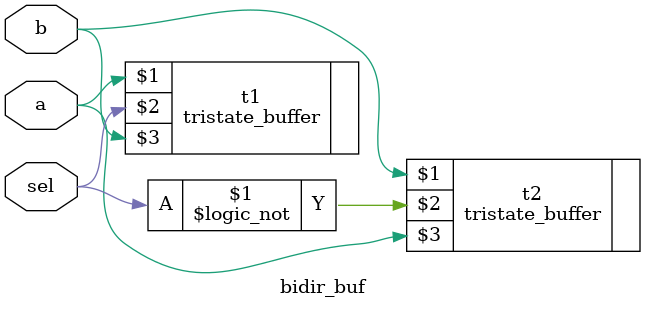
<source format=v>
module bidir_buf (
    inout a, b,
    input sel
);



tristate_buffer t1(a,sel,b), t2(b,!sel,a);
    
endmodule

</source>
